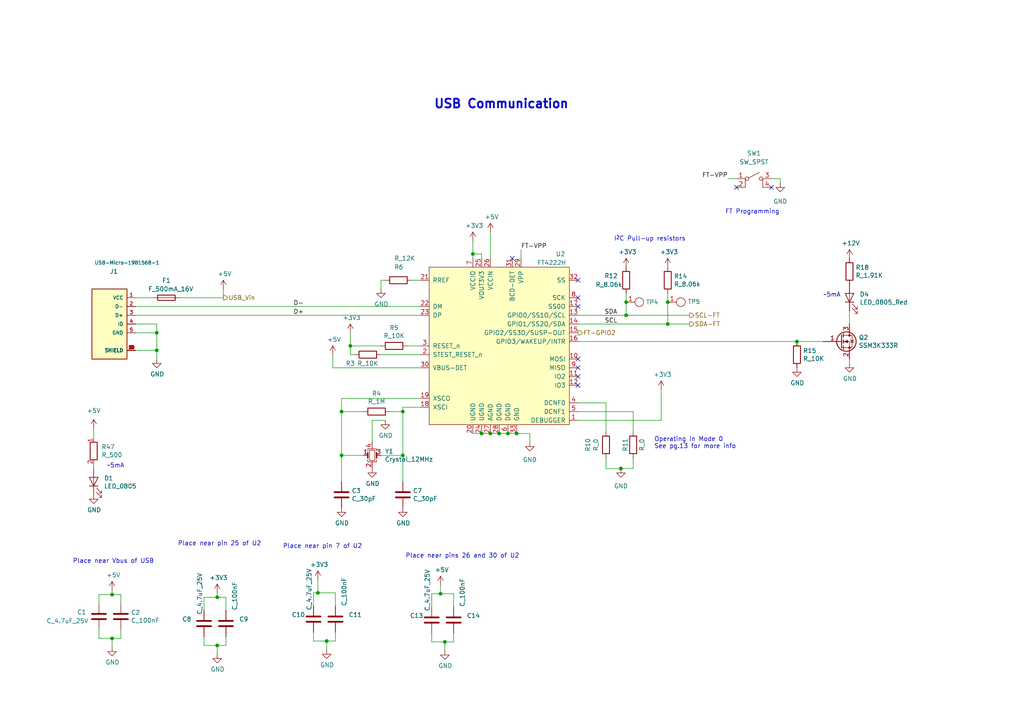
<source format=kicad_sch>
(kicad_sch (version 20211123) (generator eeschema)
  (paper "A4")
  (lib_symbols
    (symbol "formula:C_100nF" (pin_numbers hide) (pin_names (offset 0.254))
      (property "Reference" "C" (at 0.635 2.54 0))
      (property "Value" "C_100nF" (at 0.635 -2.54 0))
      (symbol "C_100nF_0_1"
        (polyline (pts (xy -2.032 -0.762) (xy 2.032 -0.762)) (stroke (width 0.508)))
        (polyline (pts (xy -2.032 0.762) (xy 2.032 0.762)) (stroke (width 0.508)))
      )
      (symbol "C_100nF_1_1"
        (pin passive line (at 0 3.81 270) (length 2.794) (name "~") (number "1"))
        (pin passive line (at 0 -3.81 90) (length 2.794) (name "~") (number "2"))
      )
    )
    (symbol "formula:C_30pF" (pin_numbers hide) (pin_names (offset 0.254))
      (property "Reference" "C" (at 0.635 2.54 0))
      (property "Value" "C_30pF" (at 0.635 -2.54 0))
      (symbol "C_30pF_0_1"
        (polyline (pts (xy -2.032 -0.762) (xy 2.032 -0.762)) (stroke (width 0.508)))
        (polyline (pts (xy -2.032 0.762) (xy 2.032 0.762)) (stroke (width 0.508)))
      )
      (symbol "C_30pF_1_1"
        (pin passive line (at 0 3.81 270) (length 2.794) (name "~") (number "1"))
        (pin passive line (at 0 -3.81 90) (length 2.794) (name "~") (number "2"))
      )
    )
    (symbol "formula:C_4.7uF_25V" (pin_numbers hide) (pin_names (offset 0.254))
      (property "Reference" "C" (at 0.635 3.81 0))
      (property "Value" "C_4.7uF_25V" (at 0.635 -1.27 0))
      (symbol "C_4.7uF_25V_0_1"
        (polyline (pts (xy -2.032 0.508) (xy 2.032 0.508)) (stroke (width 0.508)))
        (polyline (pts (xy -2.032 2.032) (xy 2.032 2.032)) (stroke (width 0.508)))
      )
      (symbol "C_4.7uF_25V_1_1"
        (pin passive line (at 0 5.08 270) (length 2.794) (name "~") (number "1"))
        (pin passive line (at 0 -2.54 90) (length 2.794) (name "~") (number "2"))
      )
    )
    (symbol "formula:Crystal_12MHz" (pin_names (offset 1.016) hide)
      (property "Reference" "Y" (at 1.27 4.445 0))
      (property "Value" "Crystal_12MHz" (at 1.27 2.54 0))
      (symbol "Crystal_12MHz_0_1"
        (rectangle (start -0.762 -1.524) (end 0.762 1.524))
        (polyline (pts (xy -1.27 -0.762) (xy -1.27 0.762)) (stroke (width 0.381)))
        (polyline (pts (xy 1.27 -0.762) (xy 1.27 0.762)) (stroke (width 0.381)))
        (polyline (pts (xy -1.27 -1.27) (xy -1.27 -1.905) (xy 1.27 -1.905) (xy 1.27 -1.27)))
        (polyline (pts (xy -1.27 1.27) (xy -1.27 1.905) (xy 1.27 1.905) (xy 1.27 1.27)))
      )
      (symbol "Crystal_12MHz_1_1"
        (pin passive line (at -2.54 0 0) (length 1.27) (name "1") (number "1"))
        (pin passive line (at 0 -3.81 90) (length 1.905) (name "2") (number "2"))
        (pin passive line (at 2.54 0 180) (length 1.27) (name "3") (number "3"))
        (pin passive line (at 0 3.81 270) (length 1.905) (name "4") (number "4"))
      )
    )
    (symbol "formula:FT4222H" (pin_names (offset 1.016))
      (property "Reference" "U" (at 36.83 46.99 0))
      (property "Value" "FT4222H" (at 3.81 46.99 0))
      (property "MFN" "FTDI" (at 0 0 0))
      (property "MPN" "FT4222HQ-D-R" (at 8.89 -11.43 0))
      (property "PurchasingLink" "https://www.digikey.com/en/products/detail/ftdi-future-technology-devices-international-ltd/FT4222HQ-D-R/8753389" (at 8.89 -11.43 0))
      (symbol "FT4222H_0_1"
        (rectangle (start 0 0) (end 40.64 45.72) (fill (type background)))
      )
      (symbol "FT4222H_1_1"
        (pin bidirectional line (at 43.18 1.27 180) (length 2.54) (name "DEBUGGER") (number "1"))
        (pin output line (at 43.18 19.05 180) (length 2.54) (name "MOSI") (number "10"))
        (pin output line (at 43.18 13.97 180) (length 2.54) (name "IO2") (number "11"))
        (pin output line (at 43.18 11.43 180) (length 2.54) (name "IO3") (number "12"))
        (pin output line (at 43.18 31.75 180) (length 2.54) (name "GPIO0/SS1O/SCL") (number "13"))
        (pin bidirectional line (at 43.18 29.21 180) (length 2.54) (name "GPIO1/SS2O/SDA") (number "14"))
        (pin output line (at 43.18 26.67 180) (length 2.54) (name "GPIO2/SS3O/SUSP-OUT") (number "15"))
        (pin output line (at 43.18 24.13 180) (length 2.54) (name "GPIO3/WAKEUP/INTR") (number "16"))
        (pin output line (at 43.18 34.29 180) (length 2.54) (name "SS0O") (number "17"))
        (pin input line (at -2.54 5.08 0) (length 2.54) (name "XSCI") (number "18"))
        (pin input line (at -2.54 7.62 0) (length 2.54) (name "XSCO") (number "19"))
        (pin input line (at -2.54 20.32 0) (length 2.54) (name "STEST_RESET_n") (number "2"))
        (pin power_in line (at 12.7 -2.54 90) (length 2.54) (name "UGND") (number "20"))
        (pin input line (at -2.54 41.91 0) (length 2.54) (name "RREF") (number "21"))
        (pin bidirectional line (at -2.54 34.29 0) (length 2.54) (name "DM") (number "22"))
        (pin bidirectional line (at -2.54 31.75 0) (length 2.54) (name "DP") (number "23"))
        (pin power_in line (at 15.24 -2.54 90) (length 2.54) (name "UGND") (number "24"))
        (pin power_out line (at 15.24 48.26 270) (length 2.54) (name "VOUT3V3") (number "25"))
        (pin power_in line (at 17.78 48.26 270) (length 2.54) (name "VCCIN") (number "26"))
        (pin power_in line (at 17.78 -2.54 90) (length 2.54) (name "AGND") (number "27"))
        (pin power_in line (at 20.32 -2.54 90) (length 2.54) (name "DGND") (number "28"))
        (pin power_in line (at 26.67 48.26 270) (length 2.54) (name "VPP") (number "29"))
        (pin input line (at -2.54 22.86 0) (length 2.54) (name "RESET_n") (number "3"))
        (pin input line (at -2.54 16.51 0) (length 2.54) (name "VBUS-DET") (number "30"))
        (pin output line (at 24.13 48.26 270) (length 2.54) (name "BCD-DET") (number "31"))
        (pin input line (at 43.18 41.91 180) (length 2.54) (name "SS") (number "32"))
        (pin power_in line (at 25.4 -2.54 90) (length 2.54) (name "GND") (number "33"))
        (pin input line (at 43.18 6.35 180) (length 2.54) (name "DCNF0") (number "4"))
        (pin input line (at 43.18 3.81 180) (length 2.54) (name "DCNF1") (number "5"))
        (pin power_in line (at 22.86 -2.54 90) (length 2.54) (name "DGND") (number "6"))
        (pin power_in line (at 12.7 48.26 270) (length 2.54) (name "VCCIO") (number "7"))
        (pin bidirectional line (at 43.18 36.83 180) (length 2.54) (name "SCK") (number "8"))
        (pin input line (at 43.18 16.51 180) (length 2.54) (name "MISO") (number "9"))
      )
    )
    (symbol "formula:F_500mA_16V" (pin_numbers hide) (pin_names (offset 0))
      (property "Reference" "F" (at 2.032 0 90))
      (property "Value" "F_500mA_16V" (at -1.905 0 90))
      (symbol "F_500mA_16V_0_1"
        (rectangle (start -0.762 -2.54) (end 0.762 2.54) (stroke (width 0.254)))
        (polyline (pts (xy 0 2.54) (xy 0 -2.54)))
      )
      (symbol "F_500mA_16V_1_1"
        (pin passive line (at 0 3.81 270) (length 1.27) (name "~") (number "1"))
        (pin passive line (at 0 -3.81 90) (length 1.27) (name "~") (number "2"))
      )
    )
    (symbol "formula:LED_0805" (pin_numbers hide) (pin_names (offset 1.016) hide)
      (property "Reference" "D" (at 0 -2.54 0))
      (property "Value" "LED_0805" (at 0 2.54 0))
      (symbol "LED_0805_0_1"
        (polyline (pts (xy -1.27 -1.27) (xy -1.27 1.27)) (stroke (width 0.2032)))
        (polyline (pts (xy -1.27 0) (xy 1.27 0)))
        (polyline (pts (xy 1.27 -1.27) (xy 1.27 1.27) (xy -1.27 0) (xy 1.27 -1.27)) (stroke (width 0.2032)))
        (polyline (pts (xy -3.048 -0.762) (xy -4.572 -2.286) (xy -3.81 -2.286) (xy -4.572 -2.286) (xy -4.572 -1.524)))
        (polyline (pts (xy -1.778 -0.762) (xy -3.302 -2.286) (xy -2.54 -2.286) (xy -3.302 -2.286) (xy -3.302 -1.524)))
      )
      (symbol "LED_0805_1_1"
        (pin passive line (at -3.81 0 0) (length 2.54) (name "K") (number "1"))
        (pin passive line (at 3.81 0 180) (length 2.54) (name "A") (number "2"))
      )
    )
    (symbol "formula:LED_0805_Red" (pin_numbers hide) (pin_names (offset 1.016) hide)
      (property "Reference" "D" (at 0 -2.54 0))
      (property "Value" "LED_0805_Red" (at 0 2.54 0))
      (symbol "LED_0805_Red_0_1"
        (polyline (pts (xy -1.27 -1.27) (xy -1.27 1.27)) (stroke (width 0.2032)))
        (polyline (pts (xy -1.27 0) (xy 1.27 0)))
        (polyline (pts (xy 1.27 -1.27) (xy 1.27 1.27) (xy -1.27 0) (xy 1.27 -1.27)) (stroke (width 0.2032)))
        (polyline (pts (xy -3.048 -0.762) (xy -4.572 -2.286) (xy -3.81 -2.286) (xy -4.572 -2.286) (xy -4.572 -1.524)))
        (polyline (pts (xy -1.778 -0.762) (xy -3.302 -2.286) (xy -2.54 -2.286) (xy -3.302 -2.286) (xy -3.302 -1.524)))
      )
      (symbol "LED_0805_Red_1_1"
        (pin passive line (at -3.81 0 0) (length 2.54) (name "K") (number "1"))
        (pin passive line (at 3.81 0 180) (length 2.54) (name "A") (number "2"))
      )
    )
    (symbol "formula:R_0" (pin_numbers hide) (pin_names (offset 0))
      (property "Reference" "R" (at 2.032 0 90))
      (property "Value" "R_0" (at -2.54 0 90))
      (symbol "R_0_0_1"
        (rectangle (start -1.016 -2.54) (end 1.016 2.54) (stroke (width 0.254)))
      )
      (symbol "R_0_1_1"
        (pin passive line (at 0 3.81 270) (length 1.27) (name "~") (number "1"))
        (pin passive line (at 0 -3.81 90) (length 1.27) (name "~") (number "2"))
      )
    )
    (symbol "formula:R_1.91K" (pin_numbers hide) (pin_names (offset 0))
      (property "Reference" "R" (at 2.032 0 90))
      (property "Value" "R_1.91K" (at -2.54 0 90))
      (symbol "R_1.91K_0_1"
        (rectangle (start -1.016 -2.54) (end 1.016 2.54) (stroke (width 0.254)))
      )
      (symbol "R_1.91K_1_1"
        (pin passive line (at 0 3.81 270) (length 1.27) (name "~") (number "1"))
        (pin passive line (at 0 -3.81 90) (length 1.27) (name "~") (number "2"))
      )
    )
    (symbol "formula:R_10K" (pin_numbers hide) (pin_names (offset 0))
      (property "Reference" "R" (at 2.032 0 90))
      (property "Value" "R_10K" (at -2.54 0 90))
      (symbol "R_10K_0_1"
        (rectangle (start -1.016 -2.54) (end 1.016 2.54) (stroke (width 0.254)))
      )
      (symbol "R_10K_1_1"
        (pin passive line (at 0 3.81 270) (length 1.27) (name "~") (number "1"))
        (pin passive line (at 0 -3.81 90) (length 1.27) (name "~") (number "2"))
      )
    )
    (symbol "formula:R_12K" (pin_numbers hide) (pin_names (offset 0))
      (property "Reference" "R" (at 2.032 0 90))
      (property "Value" "R_12K" (at -2.54 0 90))
      (symbol "R_12K_0_1"
        (rectangle (start -1.016 -2.54) (end 1.016 2.54) (stroke (width 0.254)))
      )
      (symbol "R_12K_1_1"
        (pin passive line (at 0 3.81 270) (length 1.27) (name "~") (number "1"))
        (pin passive line (at 0 -3.81 90) (length 1.27) (name "~") (number "2"))
      )
    )
    (symbol "formula:R_1M" (pin_numbers hide) (pin_names (offset 0))
      (property "Reference" "R" (at 2.032 0 90))
      (property "Value" "R_1M" (at 0 0 90))
      (symbol "R_1M_0_1"
        (rectangle (start -1.016 -2.54) (end 1.016 2.54) (stroke (width 0.254)))
      )
      (symbol "R_1M_1_1"
        (pin passive line (at 0 3.81 270) (length 1.27) (name "~") (number "1"))
        (pin passive line (at 0 -3.81 90) (length 1.27) (name "~") (number "2"))
      )
    )
    (symbol "formula:R_500" (pin_names (offset 1.016))
      (property "Reference" "R" (at 0 5.08 0))
      (property "Value" "R_500" (at 0 2.54 0))
      (symbol "R_500_1_1"
        (rectangle (start 2.54 -1.016) (end -2.54 1.016) (stroke (width 0.254)))
        (pin passive line (at -3.81 0 0) (length 1.27) (name "~") (number "1"))
        (pin passive line (at 3.81 0 180) (length 1.27) (name "~") (number "2"))
      )
    )
    (symbol "formula:R_8.06k" (pin_numbers hide) (pin_names (offset 0))
      (property "Reference" "R" (at 2.032 0 90))
      (property "Value" "R_8.06k" (at -2.54 0 90))
      (symbol "R_8.06k_0_1"
        (rectangle (start -1.016 -2.54) (end 1.016 2.54) (stroke (width 0.254)))
      )
      (symbol "R_8.06k_1_1"
        (pin passive line (at 0 3.81 270) (length 1.27) (name "~") (number "1"))
        (pin passive line (at 0 -3.81 90) (length 1.27) (name "~") (number "2"))
      )
    )
    (symbol "formula:SSM3K333R" (pin_names (offset 0) hide)
      (property "Reference" "Q" (at 5.08 1.905 0))
      (property "Value" "SSM3K333R" (at 5.08 0 0))
      (symbol "SSM3K333R_0_1"
        (polyline (pts (xy 0.762 -1.778) (xy 2.54 -1.778)))
        (polyline (pts (xy 0.762 -1.27) (xy 0.762 -2.286)) (stroke (width 0.254)))
        (polyline (pts (xy 0.762 0) (xy 2.54 0)))
        (polyline (pts (xy 0.762 0.508) (xy 0.762 -0.508)) (stroke (width 0.254)))
        (polyline (pts (xy 0.762 1.778) (xy 2.54 1.778)))
        (polyline (pts (xy 0.762 2.286) (xy 0.762 1.27)) (stroke (width 0.254)))
        (polyline (pts (xy 2.54 -1.778) (xy 2.54 -2.54)))
        (polyline (pts (xy 2.54 -1.778) (xy 2.54 0)))
        (polyline (pts (xy 2.54 2.54) (xy 2.54 1.778)))
        (polyline (pts (xy 0.254 1.905) (xy 0.254 -1.905) (xy 0.254 -1.905)) (stroke (width 0.254)))
        (polyline (pts (xy 1.016 0) (xy 2.032 0.381) (xy 2.032 -0.381) (xy 1.016 0)) (fill (type outline)))
        (polyline (pts (xy 2.54 -1.778) (xy 3.302 -1.778) (xy 3.302 1.778) (xy 2.54 1.778)))
        (polyline (pts (xy 2.794 0.508) (xy 2.921 0.381) (xy 3.683 0.381) (xy 3.81 0.254)))
        (polyline (pts (xy 3.302 0.381) (xy 2.921 -0.254) (xy 3.683 -0.254) (xy 3.302 0.381)))
        (circle (center 1.651 0) (radius 2.8194) (stroke (width 0.254)))
        (circle (center 2.54 -1.778) (radius 0.2794) (fill (type outline)))
        (circle (center 2.54 1.778) (radius 0.2794) (fill (type outline)))
      )
      (symbol "SSM3K333R_1_1"
        (pin input line (at -5.08 0 0) (length 5.334) (name "G") (number "1"))
        (pin passive line (at 2.54 -5.08 90) (length 2.54) (name "S") (number "2"))
        (pin passive line (at 2.54 5.08 270) (length 2.54) (name "D") (number "3"))
      )
    )
    (symbol "formula:SW_SPST" (pin_names (offset 0) hide)
      (property "Reference" "SW" (at 0 3.175 0))
      (property "Value" "SW_SPST" (at 0 -6.35 0))
      (symbol "SW_SPST_0_0"
        (circle (center -2.032 0) (radius 0.508))
        (polyline (pts (xy -1.524 0.254) (xy 1.524 1.778)))
        (circle (center 2.032 0) (radius 0.508))
        (pin passive line (at -5.08 -2.54 0) (length 2.54) (name "A") (number "2"))
        (pin passive line (at 5.08 -2.54 180) (length 2.54) (name "B") (number "4"))
      )
      (symbol "SW_SPST_0_1"
        (polyline (pts (xy -2.54 -2.54) (xy -2.54 0)))
        (polyline (pts (xy 2.54 -2.54) (xy 2.54 0)))
      )
      (symbol "SW_SPST_1_1"
        (pin passive line (at -5.08 0 0) (length 2.54) (name "A") (number "1"))
        (pin passive line (at 5.08 0 180) (length 2.54) (name "B") (number "3"))
      )
    )
    (symbol "formula:Test_Point_SMD" (pin_names (offset 1.016))
      (property "Reference" "TP" (at 0 7.62 0))
      (property "Value" "Test_Point_SMD" (at 1.27 5.08 0))
      (symbol "Test_Point_SMD_1_1"
        (circle (center 0 2.54) (radius 1.27))
        (pin input line (at 0 -1.27 90) (length 2.54) (name "~") (number "1"))
      )
    )
    (symbol "formula:USB-Micro-1981568-1" (pin_names (offset 1.016))
      (property "Reference" "J" (at -5.334 10.922 0))
      (property "Value" "USB-Micro-1981568-1" (at -5.334 -12.446 0))
      (symbol "USB-Micro-1981568-1_0_0"
        (rectangle (start -5.08 -10.16) (end 5.08 10.16) (stroke (width 0.254)) (fill (type background)))
        (pin passive line (at 7.62 7.62 180) (length 2.54) (name "VCC") (number "1"))
        (pin passive line (at 7.62 -7.62 180) (length 2.54) (name "SHIELD") (number "10"))
        (pin passive line (at 7.62 -7.62 180) (length 2.54) (name "SHIELD") (number "11"))
        (pin passive line (at 7.62 5.08 180) (length 2.54) (name "D-") (number "2"))
        (pin passive line (at 7.62 2.54 180) (length 2.54) (name "D+") (number "3"))
        (pin passive line (at 7.62 0 180) (length 2.54) (name "ID") (number "4"))
        (pin passive line (at 7.62 -2.54 180) (length 2.54) (name "GND") (number "5"))
        (pin passive line (at 7.62 -7.62 180) (length 2.54) (name "SHIELD") (number "6"))
        (pin passive line (at 7.62 -7.62 180) (length 2.54) (name "SHIELD") (number "7"))
        (pin passive line (at 7.62 -7.62 180) (length 2.54) (name "SHIELD") (number "8"))
        (pin passive line (at 7.62 -7.62 180) (length 2.54) (name "SHIELD") (number "9"))
      )
    )
    (symbol "power:+12V" (power) (pin_names (offset 0))
      (property "Value" "+12V" (at 0 3.556 0))
      (symbol "+12V_0_1"
        (polyline (pts (xy -0.762 1.27) (xy 0 2.54)))
        (polyline (pts (xy 0 0) (xy 0 2.54)))
        (polyline (pts (xy 0 2.54) (xy 0.762 1.27)))
      )
      (symbol "+12V_1_1"
        (pin power_in line (at 0 0 90) (length 0) hide (name "+12V") (number "1"))
      )
    )
    (symbol "power:+3V3" (power) (pin_names (offset 0))
      (property "Value" "+3V3" (at 0 3.556 0))
      (symbol "+3V3_0_1"
        (polyline (pts (xy -0.762 1.27) (xy 0 2.54)))
        (polyline (pts (xy 0 0) (xy 0 2.54)))
        (polyline (pts (xy 0 2.54) (xy 0.762 1.27)))
      )
      (symbol "+3V3_1_1"
        (pin power_in line (at 0 0 90) (length 0) hide (name "+3V3") (number "1"))
      )
    )
    (symbol "power:+5V" (power) (pin_names (offset 0))
      (property "Value" "+5V" (at 0 3.556 0))
      (symbol "+5V_0_1"
        (polyline (pts (xy -0.762 1.27) (xy 0 2.54)))
        (polyline (pts (xy 0 0) (xy 0 2.54)))
        (polyline (pts (xy 0 2.54) (xy 0.762 1.27)))
      )
      (symbol "+5V_1_1"
        (pin power_in line (at 0 0 90) (length 0) hide (name "+5V") (number "1"))
      )
    )
    (symbol "power:GND" (power) (pin_names (offset 0))
      (property "Value" "GND" (at 0 -3.81 0))
      (symbol "GND_0_1"
        (polyline (pts (xy 0 0) (xy 0 -1.27) (xy 1.27 -1.27) (xy 0 -2.54) (xy -1.27 -1.27) (xy 0 -1.27)))
      )
      (symbol "GND_1_1"
        (pin power_in line (at 0 0 270) (length 0) hide (name "GND") (number "1"))
      )
    )
  )
  (junction (at 99.06 119.38))
  (junction (at 116.84 119.38))
  (junction (at 127.762 172.212))
  (junction (at 142.24 125.73))
  (junction (at 149.86 125.73))
  (junction (at 32.512 172.466))
  (junction (at 116.84 132.08))
  (junction (at 181.61 91.44))
  (junction (at 137.16 73.66))
  (junction (at 147.32 125.73))
  (junction (at 144.78 125.73))
  (junction (at 101.6 100.33))
  (junction (at 129.032 186.182))
  (junction (at 193.675 87.63))
  (junction (at 92.202 171.958))
  (junction (at 62.992 187.198))
  (junction (at 94.742 185.928))
  (junction (at 180.086 135.89))
  (junction (at 139.7 125.73))
  (junction (at 231.14 99.06))
  (junction (at 32.512 185.166))
  (junction (at 62.992 173.228))
  (junction (at 193.675 93.98))
  (junction (at 181.61 87.63))
  (junction (at 45.466 96.52))
  (junction (at 99.06 132.08))
  (junction (at 45.466 101.6))
  (no_connect (at 167.64 109.22))
  (no_connect (at 167.64 88.9))
  (no_connect (at 167.64 81.28))
  (no_connect (at 148.59 74.93))
  (no_connect (at 223.774 54.356))
  (no_connect (at 167.64 106.68))
  (no_connect (at 167.64 104.14))
  (no_connect (at 213.614 54.356))
  (no_connect (at 167.64 86.36))
  (no_connect (at 167.64 111.76))
  (wire (pts (xy 28.702 172.466) (xy 32.512 172.466)))
  (wire (pts (xy 97.282 171.958) (xy 92.202 171.958)))
  (wire (pts (xy 39.37 88.9) (xy 121.92 88.9)))
  (wire (pts (xy 110.49 132.08) (xy 116.84 132.08)))
  (wire (pts (xy 246.38 90.17) (xy 246.38 93.98)))
  (wire (pts (xy 94.742 185.928) (xy 97.282 185.928)))
  (wire (pts (xy 191.77 113.03) (xy 191.77 121.92)))
  (wire (pts (xy 62.992 173.228) (xy 59.182 173.228)))
  (wire (pts (xy 139.7 125.73) (xy 137.16 125.73)))
  (wire (pts (xy 175.768 135.89) (xy 180.086 135.89)))
  (wire (pts (xy 62.992 187.198) (xy 65.532 187.198)))
  (wire (pts (xy 64.77 83.82) (xy 64.77 86.36)))
  (wire (pts (xy 39.37 86.36) (xy 44.45 86.36)))
  (wire (pts (xy 200.025 93.98) (xy 193.675 93.98)))
  (wire (pts (xy 105.41 132.08) (xy 99.06 132.08)))
  (wire (pts (xy 121.92 106.68) (xy 96.52 106.68)))
  (wire (pts (xy 116.84 119.38) (xy 116.84 132.08)))
  (wire (pts (xy 121.92 118.11) (xy 116.84 118.11)))
  (wire (pts (xy 129.032 186.182) (xy 131.572 186.182)))
  (wire (pts (xy 125.222 172.212) (xy 125.222 176.022)))
  (wire (pts (xy 175.768 132.842) (xy 175.768 135.89)))
  (wire (pts (xy 107.95 121.92) (xy 111.76 121.92)))
  (wire (pts (xy 52.07 86.36) (xy 64.77 86.36)))
  (wire (pts (xy 45.466 93.98) (xy 39.37 93.98)))
  (wire (pts (xy 35.052 182.626) (xy 35.052 185.166)))
  (wire (pts (xy 45.466 101.6) (xy 45.466 104.14)))
  (wire (pts (xy 137.16 69.85) (xy 137.16 73.66)))
  (wire (pts (xy 167.64 119.38) (xy 183.642 119.38)))
  (wire (pts (xy 110.49 100.33) (xy 101.6 100.33)))
  (wire (pts (xy 142.24 67.31) (xy 142.24 74.93)))
  (wire (pts (xy 116.84 118.11) (xy 116.84 119.38)))
  (wire (pts (xy 142.24 125.73) (xy 139.7 125.73)))
  (wire (pts (xy 90.932 183.388) (xy 90.932 185.928)))
  (wire (pts (xy 153.67 125.73) (xy 149.86 125.73)))
  (wire (pts (xy 45.466 96.52) (xy 45.466 101.6)))
  (wire (pts (xy 167.64 116.84) (xy 175.768 116.84)))
  (wire (pts (xy 28.702 182.626) (xy 28.702 185.166)))
  (wire (pts (xy 27.178 127) (xy 27.178 124.206)))
  (wire (pts (xy 90.932 171.958) (xy 90.932 175.768)))
  (wire (pts (xy 28.702 172.466) (xy 28.702 175.006)))
  (wire (pts (xy 175.768 116.84) (xy 175.768 125.222)))
  (wire (pts (xy 191.77 121.92) (xy 167.64 121.92)))
  (wire (pts (xy 96.52 106.68) (xy 96.52 102.87)))
  (wire (pts (xy 193.675 87.63) (xy 193.675 93.98)))
  (wire (pts (xy 35.052 172.466) (xy 32.512 172.466)))
  (wire (pts (xy 105.41 119.38) (xy 99.06 119.38)))
  (wire (pts (xy 45.466 96.52) (xy 39.37 96.52)))
  (wire (pts (xy 107.95 128.27) (xy 107.95 121.92)))
  (wire (pts (xy 183.642 132.842) (xy 183.642 135.89)))
  (wire (pts (xy 113.03 119.38) (xy 116.84 119.38)))
  (wire (pts (xy 97.282 183.388) (xy 97.282 185.928)))
  (wire (pts (xy 181.61 85.09) (xy 181.61 87.63)))
  (wire (pts (xy 28.702 185.166) (xy 32.512 185.166)))
  (wire (pts (xy 231.14 99.06) (xy 238.76 99.06)))
  (wire (pts (xy 131.572 172.212) (xy 131.572 176.022)))
  (wire (pts (xy 223.774 51.816) (xy 226.314 51.816)))
  (wire (pts (xy 59.182 184.658) (xy 59.182 187.198)))
  (wire (pts (xy 149.86 125.73) (xy 147.32 125.73)))
  (wire (pts (xy 181.61 91.44) (xy 167.64 91.44)))
  (wire (pts (xy 99.06 115.57) (xy 99.06 119.38)))
  (wire (pts (xy 121.92 102.87) (xy 110.49 102.87)))
  (wire (pts (xy 226.314 51.816) (xy 226.314 53.086)))
  (wire (pts (xy 65.532 184.658) (xy 65.532 187.198)))
  (wire (pts (xy 45.466 101.6) (xy 39.37 101.6)))
  (wire (pts (xy 102.87 102.87) (xy 101.6 102.87)))
  (wire (pts (xy 32.512 185.166) (xy 32.512 187.706)))
  (wire (pts (xy 59.182 173.228) (xy 59.182 177.038)))
  (wire (pts (xy 99.06 132.08) (xy 99.06 139.7)))
  (wire (pts (xy 181.61 87.63) (xy 181.61 91.44)))
  (wire (pts (xy 121.92 81.28) (xy 119.38 81.28)))
  (wire (pts (xy 129.032 186.182) (xy 129.032 188.722)))
  (wire (pts (xy 193.675 87.63) (xy 193.675 85.09)))
  (wire (pts (xy 211.074 51.816) (xy 213.614 51.816)))
  (wire (pts (xy 139.7 73.66) (xy 137.16 73.66)))
  (wire (pts (xy 45.466 93.98) (xy 45.466 96.52)))
  (wire (pts (xy 137.16 73.66) (xy 137.16 74.93)))
  (wire (pts (xy 99.06 119.38) (xy 99.06 132.08)))
  (wire (pts (xy 94.742 185.928) (xy 94.742 188.468)))
  (wire (pts (xy 92.202 171.958) (xy 92.202 168.148)))
  (wire (pts (xy 125.222 183.642) (xy 125.222 186.182)))
  (wire (pts (xy 180.086 135.89) (xy 183.642 135.89)))
  (wire (pts (xy 39.37 91.44) (xy 121.92 91.44)))
  (wire (pts (xy 62.992 187.198) (xy 62.992 189.738)))
  (wire (pts (xy 246.38 105.41) (xy 246.38 104.14)))
  (wire (pts (xy 90.932 171.958) (xy 92.202 171.958)))
  (wire (pts (xy 200.025 91.44) (xy 181.61 91.44)))
  (wire (pts (xy 111.76 81.28) (xy 110.49 81.28)))
  (wire (pts (xy 121.92 100.33) (xy 118.11 100.33)))
  (wire (pts (xy 153.67 128.27) (xy 153.67 125.73)))
  (wire (pts (xy 35.052 175.006) (xy 35.052 172.466)))
  (wire (pts (xy 131.572 172.212) (xy 127.762 172.212)))
  (wire (pts (xy 101.6 100.33) (xy 101.6 102.87)))
  (wire (pts (xy 59.182 187.198) (xy 62.992 187.198)))
  (wire (pts (xy 127.762 172.212) (xy 125.222 172.212)))
  (wire (pts (xy 116.84 132.08) (xy 116.84 139.7)))
  (wire (pts (xy 110.49 81.28) (xy 110.49 83.82)))
  (wire (pts (xy 139.7 74.93) (xy 139.7 73.66)))
  (wire (pts (xy 121.92 115.57) (xy 99.06 115.57)))
  (wire (pts (xy 167.64 99.06) (xy 231.14 99.06)))
  (wire (pts (xy 125.222 186.182) (xy 129.032 186.182)))
  (wire (pts (xy 90.932 185.928) (xy 94.742 185.928)))
  (wire (pts (xy 131.572 183.642) (xy 131.572 186.182)))
  (wire (pts (xy 151.13 72.39) (xy 151.13 74.93)))
  (wire (pts (xy 147.32 125.73) (xy 144.78 125.73)))
  (wire (pts (xy 101.6 96.52) (xy 101.6 100.33)))
  (wire (pts (xy 27.178 134.62) (xy 27.178 135.89)))
  (wire (pts (xy 35.052 185.166) (xy 32.512 185.166)))
  (wire (pts (xy 183.642 119.38) (xy 183.642 125.222)))
  (wire (pts (xy 127.762 172.212) (xy 127.762 169.672)))
  (wire (pts (xy 62.992 173.228) (xy 62.992 171.958)))
  (wire (pts (xy 32.512 172.466) (xy 32.512 171.196)))
  (wire (pts (xy 193.675 93.98) (xy 167.64 93.98)))
  (wire (pts (xy 65.532 173.228) (xy 65.532 177.038)))
  (wire (pts (xy 65.532 173.228) (xy 62.992 173.228)))
  (wire (pts (xy 144.78 125.73) (xy 142.24 125.73)))
  (wire (pts (xy 97.282 171.958) (xy 97.282 175.768)))
  (text "I^{2}C Pull-up resistors" (at 178.054 70.104 0) (effects (font (size 1.27 1.27)) (justify left bottom)))
  (text "FT Programming" (at 210.312 62.23 0) (effects (font (size 1.27 1.27)) (justify left bottom)))
  (text "USB Communication" (at 125.73 31.75 0) (effects (font (size 2.54 2.54) (thickness 0.508) bold) (justify left bottom)))
  (text "~5mA" (at 238.76 86.36 0) (effects (font (size 1.27 1.27)) (justify left bottom)))
  (text "~5mA" (at 30.988 135.89 0) (effects (font (size 1.27 1.27)) (justify left bottom)))
  (text "Place near pin 25 of U2" (at 51.562 158.496 0) (effects (font (size 1.27 1.27)) (justify left bottom)))
  (text "Place near pin 7 of U2" (at 82.042 159.258 0) (effects (font (size 1.27 1.27)) (justify left bottom)))
  (text "Operating in Mode 0\nSee pg.13 for more info" (at 189.738 130.302 0) (effects (font (size 1.27 1.27)) (justify left bottom)))
  (text "Place near pins 26 and 30 of U2" (at 117.602 162.052 0) (effects (font (size 1.27 1.27)) (justify left bottom)))
  (text "Place near Vbus of USB" (at 21.082 163.576 0) (effects (font (size 1.27 1.27)) (justify left bottom)))
  (label "SCL" (at 179.07 93.98 180))
  (label "SDA" (at 179.07 91.44 180))
  (label "FT-VPP" (at 211.074 51.816 180))
  (label "D+" (at 85.09 91.44 0))
  (label "FT-VPP" (at 151.13 72.39 0))
  (label "D-" (at 85.09 88.9 0))
  (hierarchical_label "USB_Vin" (shape output) (at 64.77 86.36 0))
  (hierarchical_label "FT-GPIO2" (shape output) (at 167.64 96.52 0))
  (hierarchical_label "SCL-FT" (shape output) (at 200.025 91.44 0))
  (hierarchical_label "SDA-FT" (shape output) (at 200.025 93.98 0))
  (symbol (lib_id "formula:R_12K") (at 115.57 81.28 270) (unit 1)
    (property "Reference" "R6" (at 114.3 77.47 90) (effects (justify left)))
    (property "Value" "R_12K" (at 114.3 74.93 90) (effects (justify left)))
    (property "Footprint" "footprints:R_0805_OEM" (effects hide))
    (property "Datasheet" "https://www.te.com/commerce/DocumentDelivery/DDEController?Action=srchrtrv&DocNm=9-1773463-9&DocType=DS&DocLang=English" (effects hide))
    (property "MFN" "TE" (effects hide))
    (property "MPN" "CRGP0805F12K" (effects hide))
    (property "PurchasingLink" "https://www.digikey.com/en/products/detail/te-connectivity-passive-product/CRGP0805F12K/8577092" (effects hide))
  )
  (symbol (lib_id "power:+5V") (at 32.512 171.196 0) (unit 1)
    (property "Reference" "#PWR?" (effects hide))
    (property "Value" "+5V" (at 32.893 166.8018 0))
  )
  (symbol (lib_id "power:GND") (at 180.086 135.89 0) (unit 1)
    (property "Reference" "#PWR?" (effects hide))
    (property "Value" "GND" (at 180.086 140.97 0))
  )
  (symbol (lib_id "power:+5V") (at 127.762 169.672 0) (unit 1)
    (property "Reference" "#PWR?" (effects hide))
    (property "Value" "+5V" (at 128.143 165.2778 0))
  )
  (symbol (lib_id "formula:C_100nF") (at 65.532 180.848 0) (unit 1)
    (property "Reference" "C9" (at 69.342 179.578 0) (effects (justify left)))
    (property "Value" "C_100nF" (at 68.072 177.038 90) (effects (justify left)))
    (property "Footprint" "footprints:C_0603_1608Metric" (effects hide))
    (property "Datasheet" "http://www.samsungsem.com/kr/support/product-search/mlcc/CL10A475KQ8NNNC.jsp" (effects hide))
    (property "MFN" "DK" (effects hide))
    (property "MPN" "1276-6717-1-ND" (effects hide))
    (property "PurchasingLink" "https://www.digikey.com/product-detail/en/samsung-electro-mechanics/CL10B104KA8WPNC/1276-6717-1-ND/5961576" (effects hide))
  )
  (symbol (lib_id "power:GND") (at 226.314 53.086 0) (unit 1)
    (property "Reference" "#PWR?" (effects hide))
    (property "Value" "GND" (at 226.314 58.42 0))
  )
  (symbol (lib_id "power:GND") (at 99.06 147.32 0) (unit 1)
    (property "Reference" "#PWR?" (effects hide))
    (property "Value" "GND" (at 99.187 151.7142 0))
  )
  (symbol (lib_id "formula:SW_SPST") (at 218.694 51.816 0) (unit 1)
    (property "Reference" "SW1" (at 218.694 44.45 0))
    (property "Value" "SW_SPST" (at 218.694 46.99 0))
    (property "Footprint" "footprints:Button_PTS526" (effects hide))
    (property "DigikeyLink" "https://www.digikey.com/en/products/detail/c-k/PTS526-SK15-SMTR2-LFS/10056626" (effects hide))
    (property "DigikeyPartNumber" "CKN12221-1-ND" (effects hide))
    (property "MPN" "PTS526 SK15 SMTR2 LFS" (effects hide))
  )
  (symbol (lib_id "power:GND") (at 45.466 104.14 0) (unit 1)
    (property "Reference" "#PWR?" (effects hide))
    (property "Value" "GND" (at 45.593 108.5342 0))
  )
  (symbol (lib_id "formula:R_10K") (at 114.3 100.33 270) (unit 1)
    (property "Reference" "R5" (at 114.3 95.0722 90))
    (property "Value" "R_10K" (at 114.3 97.3836 90))
    (property "Footprint" "footprints:R_0805_OEM" (effects hide))
    (property "Datasheet" "http://www.bourns.com/data/global/pdfs/CRS.pdf" (effects hide))
    (property "MFN" "DK" (effects hide))
    (property "MPN" "CRS0805-FX-1002ELFCT-ND" (effects hide))
    (property "PurchasingLink" "https://www.digikey.com/products/en?keywords=CRS0805-FX-1002ELFCT-ND" (effects hide))
  )
  (symbol (lib_id "power:+5V") (at 96.52 102.87 0) (unit 1)
    (property "Reference" "#PWR?" (effects hide))
    (property "Value" "+5V" (at 96.901 98.4758 0))
  )
  (symbol (lib_id "formula:C_4.7uF_25V") (at 28.702 180.086 0) (unit 1)
    (property "Reference" "C1" (at 22.352 177.546 0) (effects (justify left)))
    (property "Value" "C_4.7uF_25V" (at 13.462 180.086 0) (effects (justify left)))
    (property "Footprint" "footprints:C_0805_OEM" (effects hide))
    (property "Datasheet" "https://search.murata.co.jp/Ceramy/image/img/A01X/G101/ENG/GRM219R61E475KA73-01.pdf" (effects hide))
    (property "PurchasingLink" "https://www.digikey.com/product-detail/en/tdk-corporation/C2012X7R1H225M125AE/445-172488-1-ND/4990030" (effects hide))
  )
  (symbol (lib_id "formula:LED_0805") (at 27.178 139.7 90) (unit 1)
    (property "Reference" "D1" (at 30.1498 138.7094 90) (effects (justify right)))
    (property "Value" "LED_0805" (at 30.1498 141.0208 90) (effects (justify right)))
    (property "Footprint" "footprints:LED_0805_OEM" (effects hide))
    (property "Datasheet" "http://www.osram-os.com/Graphics/XPic9/00078860_0.pdf" (effects hide))
    (property "MFN" "DK" (effects hide))
    (property "MPN" "475-1410-1-ND" (effects hide))
    (property "PurchasingLink" "https://www.digikey.com/products/en?keywords=475-1410-1-ND" (effects hide))
  )
  (symbol (lib_id "power:+3V3") (at 191.77 113.03 0) (unit 1)
    (property "Reference" "#PWR?" (effects hide))
    (property "Value" "+3V3" (at 192.151 108.6358 0))
  )
  (symbol (lib_id "power:GND") (at 94.742 188.468 0) (unit 1)
    (property "Reference" "#PWR?" (effects hide))
    (property "Value" "GND" (at 94.869 192.8622 0))
  )
  (symbol (lib_id "power:GND") (at 62.992 189.738 0) (unit 1)
    (property "Reference" "#PWR?" (effects hide))
    (property "Value" "GND" (at 63.119 194.1322 0))
  )
  (symbol (lib_id "formula:FT4222H") (at 124.46 123.19 0) (unit 1)
    (property "Reference" "U2" (at 162.56 73.66 0))
    (property "Value" "FT4222H" (at 160.02 76.2 0))
    (property "Footprint" "Package_DFN_QFN:VQFN-32-1EP_5x5mm_P0.5mm_EP3.5x3.5mm_ThermalVias" (effects hide))
    (property "Datasheet" "http://www.ftdichip.com/Support/Documents/DataSheets/ICs/DS_FT4222H.pdf" (effects hide))
    (property "MFN" "FTDI" (effects hide))
    (property "MPN" "FT4222HQ-D-R" (effects hide))
    (property "PurchasingLink" "https://www.digikey.com/en/products/detail/ftdi-future-technology-devices-international-ltd/FT4222HQ-D-R/8753389" (effects hide))
  )
  (symbol (lib_id "power:+5V") (at 142.24 67.31 0) (unit 1)
    (property "Reference" "#PWR?" (effects hide))
    (property "Value" "+5V" (at 142.621 62.9158 0))
  )
  (symbol (lib_id "formula:C_4.7uF_25V") (at 125.222 181.102 0) (unit 1)
    (property "Reference" "C13" (at 118.872 178.562 0) (effects (justify left)))
    (property "Value" "C_4.7uF_25V" (at 123.952 177.292 90) (effects (justify left)))
    (property "Footprint" "footprints:C_0805_OEM" (effects hide))
    (property "Datasheet" "https://search.murata.co.jp/Ceramy/image/img/A01X/G101/ENG/GRM219R61E475KA73-01.pdf" (effects hide))
    (property "PurchasingLink" "https://www.digikey.com/product-detail/en/tdk-corporation/C2012X7R1H225M125AE/445-172488-1-ND/4990030" (effects hide))
  )
  (symbol (lib_id "formula:C_30pF") (at 99.06 143.51 0) (unit 1)
    (property "Reference" "C3" (at 101.981 142.3416 0) (effects (justify left)))
    (property "Value" "C_30pF" (at 101.981 144.653 0) (effects (justify left)))
    (property "Footprint" "footprints:C_0805_OEM" (effects hide))
    (property "Datasheet" "https://media.digikey.com/pdf/Data%20Sheets/Samsung%20PDFs/CL_Series_MLCC_ds.pdf" (effects hide))
    (property "MFN" "DK" (effects hide))
    (property "MPN" "1276-1130-1-ND" (effects hide))
    (property "PurchasingLink" "https://www.digikey.com/product-detail/en/samsung-electro-mechanics-america-inc/CL21C300JBANNNC/1276-1130-1-ND/3889216" (effects hide))
  )
  (symbol (lib_id "formula:LED_0805_Red") (at 246.38 86.36 90) (unit 1)
    (property "Reference" "D4" (at 249.3518 85.3694 90) (effects (justify right)))
    (property "Value" "LED_0805_Red" (at 249.3518 87.6808 90) (effects (justify right)))
    (property "Footprint" "footprints:LED_0805_OEM" (effects hide))
    (property "Datasheet" "http://www.osram-os.com/Graphics/XPic8/00078869_0.pdf" (effects hide))
    (property "MFN" "DK" (effects hide))
    (property "MPN" "475-1415-1-ND" (effects hide))
    (property "PurchasingLink" "https://www.digikey.com/product-detail/en/osram-opto-semiconductors-inc/LH-R974-LP-1/475-1415-1-ND/1802604" (effects hide))
  )
  (symbol (lib_id "power:GND") (at 246.38 105.41 0) (unit 1)
    (property "Reference" "#PWR?" (effects hide))
    (property "Value" "GND" (at 246.507 109.8042 0))
  )
  (symbol (lib_id "power:+3V3") (at 181.61 77.47 0) (unit 1)
    (property "Reference" "#PWR?" (effects hide))
    (property "Value" "+3V3" (at 181.991 73.0758 0))
  )
  (symbol (lib_id "formula:R_1M") (at 109.22 119.38 270) (unit 1)
    (property "Reference" "R4" (at 109.22 114.1222 90))
    (property "Value" "R_1M" (at 109.22 116.4336 90))
    (property "Footprint" "footprints:R_0805_OEM" (effects hide))
    (property "Datasheet" "https://www.seielect.com/Catalog/SEI-rncp.pdf" (effects hide))
    (property "MFN" "DK" (effects hide))
    (property "MPN" "RMCF0805JT1M00CT-ND" (effects hide))
    (property "PurchasingLink" "https://www.digikey.com/product-detail/en/stackpole-electronics-inc/RMCF0805JT1M00/RMCF0805JT1M00CT-ND/1942600" (effects hide))
  )
  (symbol (lib_id "formula:Test_Point_SMD") (at 182.88 87.63 270) (unit 1)
    (property "Reference" "TP4" (at 187.325 87.63 90) (effects (justify left)))
    (property "Value" "Test_Point_SMD" (effects hide))
    (property "Footprint" "footprints:Test_Point_SMD" (effects hide))
  )
  (symbol (lib_id "formula:R_0") (at 175.768 129.032 0) (unit 1)
    (property "Reference" "R10" (at 170.5102 129.032 90))
    (property "Value" "R_0" (at 172.8216 129.032 90))
    (property "Footprint" "footprints:R_0603_1608Metric" (effects hide))
    (property "Datasheet" "http://industrial.panasonic.com/www-cgi/jvcr13pz.cgi?E+PZ+3+AOA0001+ERJ3GEY0R00V+7+WW" (effects hide))
    (property "MFN" "DK" (effects hide))
    (property "MPN" "P0.0GCT-ND" (effects hide))
    (property "PurchasingLink" "https://www.digikey.com/product-detail/en/panasonic-electronic-components/ERJ-3GEY0R00V/P0.0GCT-ND/134711" (effects hide))
  )
  (symbol (lib_id "power:+12V") (at 246.38 74.93 0) (unit 1)
    (property "Reference" "#PWR?" (effects hide))
    (property "Value" "+12V" (at 246.761 70.5358 0))
  )
  (symbol (lib_id "formula:R_8.06k") (at 193.675 81.28 0) (unit 1)
    (property "Reference" "R14" (at 195.453 80.1116 0) (effects (justify left)))
    (property "Value" "R_8.06k" (at 195.453 82.423 0) (effects (justify left)))
    (property "Footprint" "footprints:R_0805_OEM" (effects hide))
    (property "Datasheet" "https://media.digikey.com/pdf/Data%20Sheets/Tyco%20Electronics%20P%20B%20PDFs/RQ73-0618%20v2.pdf" (effects hide))
    (property "MFN" "TE" (effects hide))
    (property "MPN" "RQ73C2A8K06BTD" (effects hide))
    (property "PurchasingLink" "https://www.digikey.com/en/products/detail/te-connectivity-passive-product/RQ73C2A8K06BTD/9480725" (effects hide))
  )
  (symbol (lib_id "power:GND") (at 111.76 121.92 0) (unit 1)
    (property "Reference" "#PWR?" (effects hide))
    (property "Value" "GND" (at 111.887 126.3142 0))
  )
  (symbol (lib_id "formula:C_100nF") (at 97.282 179.578 0) (unit 1)
    (property "Reference" "C11" (at 101.092 178.308 0) (effects (justify left)))
    (property "Value" "C_100nF" (at 99.822 175.768 90) (effects (justify left)))
    (property "Footprint" "footprints:C_0603_1608Metric" (effects hide))
    (property "Datasheet" "http://www.samsungsem.com/kr/support/product-search/mlcc/CL10A475KQ8NNNC.jsp" (effects hide))
    (property "MFN" "DK" (effects hide))
    (property "MPN" "1276-6717-1-ND" (effects hide))
    (property "PurchasingLink" "https://www.digikey.com/product-detail/en/samsung-electro-mechanics/CL10B104KA8WPNC/1276-6717-1-ND/5961576" (effects hide))
  )
  (symbol (lib_id "power:+3V3") (at 92.202 168.148 0) (unit 1)
    (property "Reference" "#PWR?" (effects hide))
    (property "Value" "+3V3" (at 92.583 163.7538 0))
  )
  (symbol (lib_id "formula:C_100nF") (at 35.052 178.816 0) (unit 1)
    (property "Reference" "C2" (at 37.973 177.6476 0) (effects (justify left)))
    (property "Value" "C_100nF" (at 37.973 179.959 0) (effects (justify left)))
    (property "Footprint" "footprints:C_0603_1608Metric" (effects hide))
    (property "Datasheet" "http://www.samsungsem.com/kr/support/product-search/mlcc/CL10A475KQ8NNNC.jsp" (effects hide))
    (property "MFN" "DK" (effects hide))
    (property "MPN" "1276-6717-1-ND" (effects hide))
    (property "PurchasingLink" "https://www.digikey.com/product-detail/en/samsung-electro-mechanics/CL10B104KA8WPNC/1276-6717-1-ND/5961576" (effects hide))
  )
  (symbol (lib_id "power:+3V3") (at 101.6 96.52 0) (unit 1)
    (property "Reference" "#PWR?" (effects hide))
    (property "Value" "+3V3" (at 101.981 92.1258 0))
  )
  (symbol (lib_id "formula:R_500") (at 27.178 130.81 270) (unit 1)
    (property "Reference" "R47" (at 29.4132 129.6416 90) (effects (justify left)))
    (property "Value" "R_500" (at 29.4132 131.953 90) (effects (justify left)))
    (property "Footprint" "footprints:R_0805_OEM" (effects hide))
  )
  (symbol (lib_id "power:GND") (at 32.512 187.706 0) (unit 1)
    (property "Reference" "#PWR?" (effects hide))
    (property "Value" "GND" (at 32.639 192.1002 0))
  )
  (symbol (lib_id "formula:C_100nF") (at 131.572 179.832 0) (unit 1)
    (property "Reference" "C14" (at 135.382 178.562 0) (effects (justify left)))
    (property "Value" "C_100nF" (at 134.112 176.022 90) (effects (justify left)))
    (property "Footprint" "footprints:C_0603_1608Metric" (effects hide))
    (property "Datasheet" "http://www.samsungsem.com/kr/support/product-search/mlcc/CL10A475KQ8NNNC.jsp" (effects hide))
    (property "MFN" "DK" (effects hide))
    (property "MPN" "1276-6717-1-ND" (effects hide))
    (property "PurchasingLink" "https://www.digikey.com/product-detail/en/samsung-electro-mechanics/CL10B104KA8WPNC/1276-6717-1-ND/5961576" (effects hide))
  )
  (symbol (lib_id "power:+5V") (at 64.77 83.82 0) (unit 1)
    (property "Reference" "#PWR?" (effects hide))
    (property "Value" "+5V" (at 65.151 79.4258 0))
  )
  (symbol (lib_id "power:GND") (at 129.032 188.722 0) (unit 1)
    (property "Reference" "#PWR?" (effects hide))
    (property "Value" "GND" (at 129.159 193.1162 0))
  )
  (symbol (lib_id "power:+3V3") (at 62.992 171.958 0) (unit 1)
    (property "Reference" "#PWR?" (effects hide))
    (property "Value" "+3V3" (at 63.373 167.5638 0))
  )
  (symbol (lib_id "formula:R_8.06k") (at 181.61 81.28 0) (unit 1)
    (property "Reference" "R12" (at 175.26 80.01 0) (effects (justify left)))
    (property "Value" "R_8.06k" (at 172.72 82.55 0) (effects (justify left)))
    (property "Footprint" "footprints:R_0805_OEM" (effects hide))
    (property "Datasheet" "https://media.digikey.com/pdf/Data%20Sheets/Tyco%20Electronics%20P%20B%20PDFs/RQ73-0618%20v2.pdf" (effects hide))
    (property "MFN" "TE" (effects hide))
    (property "MPN" "RQ73C2A8K06BTD" (effects hide))
    (property "PurchasingLink" "https://www.digikey.com/en/products/detail/te-connectivity-passive-product/RQ73C2A8K06BTD/9480725" (effects hide))
  )
  (symbol (lib_id "formula:R_10K") (at 106.68 102.87 270) (unit 1)
    (property "Reference" "R3" (at 101.6 105.41 90))
    (property "Value" "R_10K" (at 106.68 105.41 90))
    (property "Footprint" "footprints:R_0805_OEM" (effects hide))
    (property "Datasheet" "http://www.bourns.com/data/global/pdfs/CRS.pdf" (effects hide))
    (property "MFN" "DK" (effects hide))
    (property "MPN" "CRS0805-FX-1002ELFCT-ND" (effects hide))
    (property "PurchasingLink" "https://www.digikey.com/products/en?keywords=CRS0805-FX-1002ELFCT-ND" (effects hide))
  )
  (symbol (lib_id "formula:C_30pF") (at 116.84 143.51 0) (unit 1)
    (property "Reference" "C7" (at 119.761 142.3416 0) (effects (justify left)))
    (property "Value" "C_30pF" (at 119.761 144.653 0) (effects (justify left)))
    (property "Footprint" "footprints:C_0805_OEM" (effects hide))
    (property "Datasheet" "https://media.digikey.com/pdf/Data%20Sheets/Samsung%20PDFs/CL_Series_MLCC_ds.pdf" (effects hide))
    (property "MFN" "DK" (effects hide))
    (property "MPN" "1276-1130-1-ND" (effects hide))
    (property "PurchasingLink" "https://www.digikey.com/product-detail/en/samsung-electro-mechanics-america-inc/CL21C300JBANNNC/1276-1130-1-ND/3889216" (effects hide))
  )
  (symbol (lib_id "formula:SSM3K333R") (at 243.84 99.06 0) (unit 1)
    (property "Reference" "Q2" (at 249.0724 97.8916 0) (effects (justify left)))
    (property "Value" "SSM3K333R" (at 249.0724 100.203 0) (effects (justify left)))
    (property "Footprint" "footprints:SOT-23F" (effects hide))
    (property "Datasheet" "https://drive.google.com/drive/folders/0B-V-iZf33Y4GNzhDQTJZanJRbVk" (effects hide))
    (property "MFN" "DK" (effects hide))
    (property "MPN" "SSM3K333RLFCT-ND" (effects hide))
    (property "PurchasingLink" "https://www.digikey.com/product-detail/en/toshiba-semiconductor-and-storage/SSM3K333RLF/SSM3K333RLFCT-ND/3522391" (effects hide))
  )
  (symbol (lib_id "formula:Test_Point_SMD") (at 194.945 87.63 270) (unit 1)
    (property "Reference" "TP5" (at 199.4662 87.503 90) (effects (justify left)))
    (property "Value" "Test_Point_SMD" (effects hide))
    (property "Footprint" "footprints:Test_Point_SMD" (effects hide))
  )
  (symbol (lib_id "formula:C_4.7uF_25V") (at 59.182 182.118 0) (unit 1)
    (property "Reference" "C8" (at 52.832 179.578 0) (effects (justify left)))
    (property "Value" "C_4.7uF_25V" (at 57.912 178.308 90) (effects (justify left)))
    (property "Footprint" "footprints:C_0805_OEM" (effects hide))
    (property "Datasheet" "https://search.murata.co.jp/Ceramy/image/img/A01X/G101/ENG/GRM219R61E475KA73-01.pdf" (effects hide))
    (property "PurchasingLink" "https://www.digikey.com/product-detail/en/tdk-corporation/C2012X7R1H225M125AE/445-172488-1-ND/4990030" (effects hide))
  )
  (symbol (lib_id "power:GND") (at 27.178 143.51 0) (unit 1)
    (property "Reference" "#PWR?" (effects hide))
    (property "Value" "GND" (at 27.305 147.9042 0))
  )
  (symbol (lib_id "power:GND") (at 153.67 128.27 0) (unit 1)
    (property "Reference" "#PWR?" (effects hide))
    (property "Value" "GND" (at 153.67 133.35 0))
  )
  (symbol (lib_id "formula:R_0") (at 183.642 129.032 180) (unit 1)
    (property "Reference" "R11" (at 181.356 129.032 90))
    (property "Value" "R_0" (at 186.182 129.032 90))
    (property "Footprint" "footprints:R_0603_1608Metric" (effects hide))
    (property "Datasheet" "http://industrial.panasonic.com/www-cgi/jvcr13pz.cgi?E+PZ+3+AOA0001+ERJ3GEY0R00V+7+WW" (effects hide))
    (property "MFN" "DK" (effects hide))
    (property "MPN" "P0.0GCT-ND" (effects hide))
    (property "PurchasingLink" "https://www.digikey.com/product-detail/en/panasonic-electronic-components/ERJ-3GEY0R00V/P0.0GCT-ND/134711" (effects hide))
  )
  (symbol (lib_id "formula:Crystal_12MHz") (at 107.95 132.08 0) (unit 1)
    (property "Reference" "Y1" (at 111.6076 130.9116 0) (effects (justify left)))
    (property "Value" "Crystal_12MHz" (at 111.6076 133.223 0) (effects (justify left)))
    (property "Footprint" "footprints:Crystal_SMD_FA238" (effects hide))
    (property "Datasheet" "https://ecsxtal.com/store/pdf/ecx-32.pdf" (effects hide))
    (property "MFN" "DK" (effects hide))
    (property "MPN" "ECS-120-20-33-CKM-TR" (effects hide))
    (property "PurchasingLink" "https://www.digikey.com/en/products/detail/ecs-inc/ECS-120-20-33-CKM-TR/2781815" (effects hide))
  )
  (symbol (lib_id "power:GND") (at 107.95 135.89 0) (unit 1)
    (property "Reference" "#PWR?" (effects hide))
    (property "Value" "GND" (at 108.077 140.2842 0))
  )
  (symbol (lib_id "formula:F_500mA_16V") (at 48.26 86.36 270) (unit 1)
    (property "Reference" "F1" (at 48.26 81.3562 90))
    (property "Value" "F_500mA_16V" (at 49.53 83.82 90))
    (property "Footprint" "footprints:Fuse_1210" (effects hide))
    (property "Datasheet" "https://belfuse.com/resources/CircuitProtection/datasheets/0ZCH%20Nov2016.pdf" (effects hide))
    (property "MFN" "DK" (effects hide))
    (property "MPN" "507-1786-1-ND" (effects hide))
    (property "PurchasingLink" "https://www.digikey.com/product-detail/en/bel-fuse-inc/0ZCH0050FF2G/507-1786-1-ND/4156209" (effects hide))
  )
  (symbol (lib_id "formula:USB-Micro-1981568-1") (at 31.75 93.98 0) (unit 1)
    (property "Reference" "J1" (at 33.02 78.74 0))
    (property "Value" "USB-Micro-1981568-1" (at 36.83 76.2 0) (effects (font (size 1.016 1.016))))
    (property "Footprint" "footprints:TE_1981568-1" (effects hide))
    (property "Field4" ".65 mm[.025 in]" (effects hide))
    (property "Field5" "Connector" (effects hide))
    (property "Field6" "1981568-1" (effects hide))
    (property "MPN" "1981568-1" (effects hide))
    (property "Purchasing Link" "https://www.digikey.com/en/products/detail/te-connectivity-amp-connectors/1981568-1/1786248?s=N4IgTCBcDaIIwE4AccCsA2JBaOIC6AvkA" (effects hide))
  )
  (symbol (lib_id "power:+5V") (at 27.178 124.206 0) (unit 1)
    (property "Reference" "#PWR?" (effects hide))
    (property "Value" "+5V" (at 27.178 119.126 0))
  )
  (symbol (lib_id "power:GND") (at 231.14 106.68 0) (unit 1)
    (property "Reference" "#PWR?" (effects hide))
    (property "Value" "GND" (at 231.267 111.0742 0))
  )
  (symbol (lib_id "power:GND") (at 116.84 147.32 0) (unit 1)
    (property "Reference" "#PWR?" (effects hide))
    (property "Value" "GND" (at 116.967 151.7142 0))
  )
  (symbol (lib_id "power:+3V3") (at 137.16 69.85 0) (unit 1)
    (property "Reference" "#PWR?" (effects hide))
    (property "Value" "+3V3" (at 137.541 65.4558 0))
  )
  (symbol (lib_id "formula:R_1.91K") (at 246.38 78.74 0) (unit 1)
    (property "Reference" "R18" (at 248.158 77.5716 0) (effects (justify left)))
    (property "Value" "R_1.91K" (at 248.158 79.883 0) (effects (justify left)))
    (property "Footprint" "footprints:R_0805_OEM" (effects hide))
    (property "PurchasingLink" "https://www.digikey.com/product-detail/en/panasonic-electronic-components/ERJ-PB6D1911V/P21049CT-ND/6215304" (effects hide))
  )
  (symbol (lib_id "formula:C_4.7uF_25V") (at 90.932 180.848 0) (unit 1)
    (property "Reference" "C10" (at 84.582 178.308 0) (effects (justify left)))
    (property "Value" "C_4.7uF_25V" (at 89.662 177.038 90) (effects (justify left)))
    (property "Footprint" "footprints:C_0805_OEM" (effects hide))
    (property "Datasheet" "https://search.murata.co.jp/Ceramy/image/img/A01X/G101/ENG/GRM219R61E475KA73-01.pdf" (effects hide))
    (property "PurchasingLink" "https://www.digikey.com/product-detail/en/tdk-corporation/C2012X7R1H225M125AE/445-172488-1-ND/4990030" (effects hide))
  )
  (symbol (lib_id "formula:R_10K") (at 231.14 102.87 0) (unit 1)
    (property "Reference" "R15" (at 232.918 101.7016 0) (effects (justify left)))
    (property "Value" "R_10K" (at 232.918 104.013 0) (effects (justify left)))
    (property "Footprint" "footprints:R_0805_OEM" (effects hide))
    (property "Datasheet" "http://www.bourns.com/data/global/pdfs/CRS.pdf" (effects hide))
    (property "MFN" "DK" (effects hide))
    (property "MPN" "CRS0805-FX-1002ELFCT-ND" (effects hide))
    (property "PurchasingLink" "https://www.digikey.com/products/en?keywords=CRS0805-FX-1002ELFCT-ND" (effects hide))
  )
  (symbol (lib_id "power:GND") (at 110.49 83.82 0) (unit 1)
    (property "Reference" "#PWR?" (effects hide))
    (property "Value" "GND" (at 110.617 88.2142 0))
  )
  (symbol (lib_id "power:+3V3") (at 193.675 77.47 0) (unit 1)
    (property "Reference" "#PWR?" (effects hide))
    (property "Value" "+3V3" (at 194.056 73.0758 0))
  )
)
</source>
